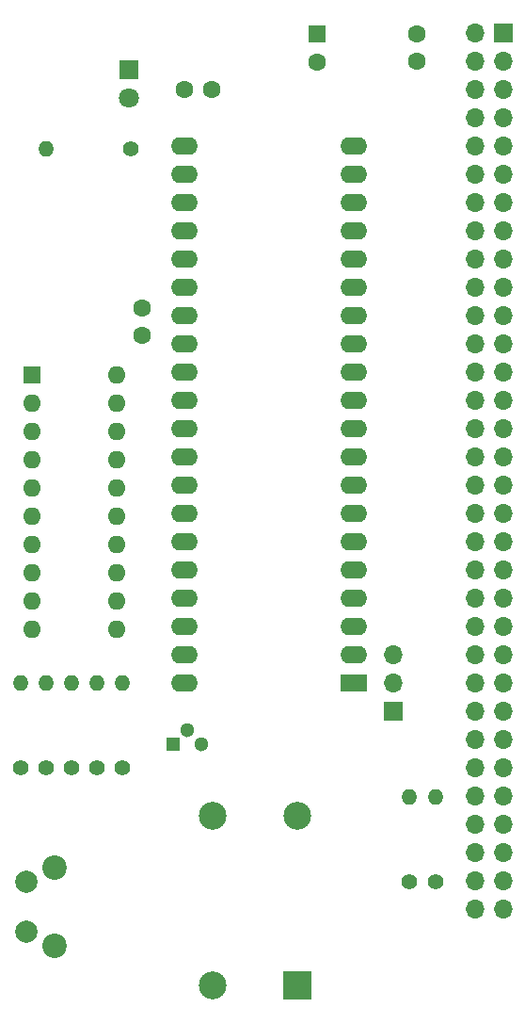
<source format=gbs>
G04 #@! TF.GenerationSoftware,KiCad,Pcbnew,8.0.4*
G04 #@! TF.CreationDate,2024-09-12T21:16:00-04:00*
G04 #@! TF.ProjectId,LB-65CXX-01,4c422d36-3543-4585-982d-30312e6b6963,3*
G04 #@! TF.SameCoordinates,Original*
G04 #@! TF.FileFunction,Soldermask,Bot*
G04 #@! TF.FilePolarity,Negative*
%FSLAX46Y46*%
G04 Gerber Fmt 4.6, Leading zero omitted, Abs format (unit mm)*
G04 Created by KiCad (PCBNEW 8.0.4) date 2024-09-12 21:16:00*
%MOMM*%
%LPD*%
G01*
G04 APERTURE LIST*
%ADD10R,1.700000X1.700000*%
%ADD11O,1.700000X1.700000*%
%ADD12R,2.400000X1.600000*%
%ADD13O,2.400000X1.600000*%
%ADD14C,1.400000*%
%ADD15O,1.400000X1.400000*%
%ADD16R,1.600000X1.600000*%
%ADD17C,1.600000*%
%ADD18R,1.300000X1.300000*%
%ADD19C,1.300000*%
%ADD20O,1.600000X1.600000*%
%ADD21R,2.500000X2.500000*%
%ADD22C,2.500000*%
%ADD23C,2.000000*%
%ADD24C,2.200000*%
%ADD25R,1.800000X1.800000*%
%ADD26C,1.800000*%
G04 APERTURE END LIST*
D10*
X179890000Y-54615000D03*
D11*
X177350000Y-54615000D03*
X179890000Y-57155000D03*
X177350000Y-57155000D03*
X179890000Y-59695000D03*
X177350000Y-59695000D03*
X179890000Y-62235000D03*
X177350000Y-62235000D03*
X179890000Y-64775000D03*
X177350000Y-64775000D03*
X179890000Y-67315000D03*
X177350000Y-67315000D03*
X179890000Y-69855000D03*
X177350000Y-69855000D03*
X179890000Y-72395000D03*
X177350000Y-72395000D03*
X179890000Y-74935000D03*
X177350000Y-74935000D03*
X179890000Y-77475000D03*
X177350000Y-77475000D03*
X179890000Y-80015000D03*
X177350000Y-80015000D03*
X179890000Y-82555000D03*
X177350000Y-82555000D03*
X179890000Y-85095000D03*
X177350000Y-85095000D03*
X179890000Y-87635000D03*
X177350000Y-87635000D03*
X179890000Y-90175000D03*
X177350000Y-90175000D03*
X179890000Y-92715000D03*
X177350000Y-92715000D03*
X179890000Y-95255000D03*
X177350000Y-95255000D03*
X179890000Y-97795000D03*
X177350000Y-97795000D03*
X179890000Y-100335000D03*
X177350000Y-100335000D03*
X179890000Y-102875000D03*
X177350000Y-102875000D03*
X179890000Y-105415000D03*
X177350000Y-105415000D03*
X179890000Y-107955000D03*
X177350000Y-107955000D03*
X179890000Y-110495000D03*
X177350000Y-110495000D03*
X179890000Y-113035000D03*
X177350000Y-113035000D03*
X179890000Y-115575000D03*
X177350000Y-115575000D03*
X179890000Y-118115000D03*
X177350000Y-118115000D03*
X179890000Y-120655000D03*
X177350000Y-120655000D03*
X179890000Y-123195000D03*
X177350000Y-123195000D03*
X179890000Y-125735000D03*
X177350000Y-125735000D03*
X179890000Y-128275000D03*
X177350000Y-128275000D03*
X179890000Y-130815000D03*
X177350000Y-130815000D03*
X179890000Y-133355000D03*
X177350000Y-133355000D03*
D12*
X166375000Y-113025000D03*
D13*
X166375000Y-110485000D03*
X166375000Y-107945000D03*
X166375000Y-105405000D03*
X166375000Y-102865000D03*
X166375000Y-100325000D03*
X166375000Y-97785000D03*
X166375000Y-95245000D03*
X166375000Y-92705000D03*
X166375000Y-90165000D03*
X166375000Y-87625000D03*
X166375000Y-85085000D03*
X166375000Y-82545000D03*
X166375000Y-80005000D03*
X166375000Y-77465000D03*
X166375000Y-74925000D03*
X166375000Y-72385000D03*
X166375000Y-69845000D03*
X166375000Y-67305000D03*
X166375000Y-64765000D03*
X151135000Y-64765000D03*
X151135000Y-67305000D03*
X151135000Y-69845000D03*
X151135000Y-72385000D03*
X151135000Y-74925000D03*
X151135000Y-77465000D03*
X151135000Y-80005000D03*
X151135000Y-82545000D03*
X151135000Y-85085000D03*
X151135000Y-87625000D03*
X151135000Y-90165000D03*
X151135000Y-92705000D03*
X151135000Y-95245000D03*
X151135000Y-97785000D03*
X151135000Y-100325000D03*
X151135000Y-102865000D03*
X151135000Y-105405000D03*
X151135000Y-107945000D03*
X151135000Y-110485000D03*
X151135000Y-113025000D03*
D14*
X171399200Y-130860800D03*
D15*
X171399200Y-123240800D03*
D16*
X163068000Y-54674888D03*
D17*
X163068000Y-57174888D03*
D14*
X145542000Y-120650000D03*
D15*
X145542000Y-113030000D03*
D14*
X140970000Y-120650000D03*
D15*
X140970000Y-113030000D03*
D14*
X136398000Y-120650000D03*
D15*
X136398000Y-113030000D03*
D18*
X150130000Y-118470000D03*
D19*
X151400000Y-117200000D03*
X152670000Y-118470000D03*
D14*
X143256000Y-120650000D03*
D15*
X143256000Y-113030000D03*
D14*
X146304000Y-65024000D03*
D15*
X138684000Y-65024000D03*
D10*
X169926000Y-115555000D03*
D11*
X169926000Y-113015000D03*
X169926000Y-110475000D03*
D14*
X173812200Y-130860800D03*
D15*
X173812200Y-123240800D03*
D16*
X137424000Y-85349000D03*
D20*
X137424000Y-87889000D03*
X137424000Y-90429000D03*
X137424000Y-92969000D03*
X137424000Y-95509000D03*
X137424000Y-98049000D03*
X137424000Y-100589000D03*
X137424000Y-103129000D03*
X137424000Y-105669000D03*
X137424000Y-108209000D03*
X145044000Y-108209000D03*
X145044000Y-105669000D03*
X145044000Y-103129000D03*
X145044000Y-100589000D03*
X145044000Y-98049000D03*
X145044000Y-95509000D03*
X145044000Y-92969000D03*
X145044000Y-90429000D03*
X145044000Y-87889000D03*
X145044000Y-85349000D03*
D17*
X151150000Y-59690000D03*
X153650000Y-59690000D03*
D21*
X161290000Y-140208000D03*
D22*
X161290000Y-124968000D03*
X153670000Y-124968000D03*
X153670000Y-140208000D03*
D17*
X172085000Y-57130000D03*
X172085000Y-54630000D03*
D23*
X136946000Y-135346000D03*
X136946000Y-130846000D03*
D24*
X139446000Y-136596000D03*
X139446000Y-129596000D03*
D14*
X138684000Y-120650000D03*
D15*
X138684000Y-113030000D03*
D25*
X146212000Y-57907000D03*
D26*
X146212000Y-60447000D03*
D17*
X147320000Y-81768000D03*
X147320000Y-79268000D03*
M02*

</source>
